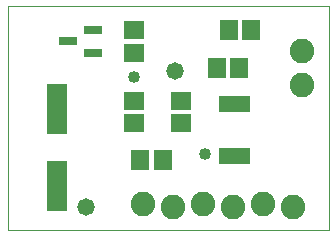
<source format=gts>
G75*
%MOIN*%
%OFA0B0*%
%FSLAX24Y24*%
%IPPOS*%
%LPD*%
%AMOC8*
5,1,8,0,0,1.08239X$1,22.5*
%
%ADD10C,0.0000*%
%ADD11R,0.0257X0.0552*%
%ADD12C,0.0820*%
%ADD13R,0.0600X0.0300*%
%ADD14R,0.0600X0.0280*%
%ADD15R,0.0671X0.0592*%
%ADD16R,0.0592X0.0671*%
%ADD17R,0.0710X0.1655*%
%ADD18C,0.0580*%
%ADD19C,0.0400*%
D10*
X000100Y000100D02*
X000100Y007588D01*
X010785Y007588D01*
X010785Y000100D01*
X000100Y000100D01*
D11*
X007252Y002590D03*
X007507Y002590D03*
X007763Y002590D03*
X008019Y002590D03*
X008019Y004303D03*
X007763Y004303D03*
X007507Y004303D03*
X007252Y004303D03*
D12*
X009899Y004936D03*
X009899Y006076D03*
X008604Y000987D03*
X009604Y000887D03*
X007604Y000887D03*
X006604Y000987D03*
X005604Y000887D03*
X004604Y000987D03*
D13*
X002947Y006029D03*
X002947Y006769D03*
D14*
X002087Y006399D03*
D15*
X004289Y006025D03*
X004289Y006773D03*
X004289Y004411D03*
X004289Y003663D03*
X005864Y003663D03*
X005864Y004411D03*
D16*
X007065Y005513D03*
X007813Y005513D03*
X007458Y006793D03*
X008206Y006793D03*
X005254Y002462D03*
X004506Y002462D03*
D17*
X001730Y001576D03*
X001730Y004135D03*
D18*
X005667Y005415D03*
X002714Y000887D03*
D19*
X006651Y002659D03*
X004289Y005218D03*
M02*

</source>
